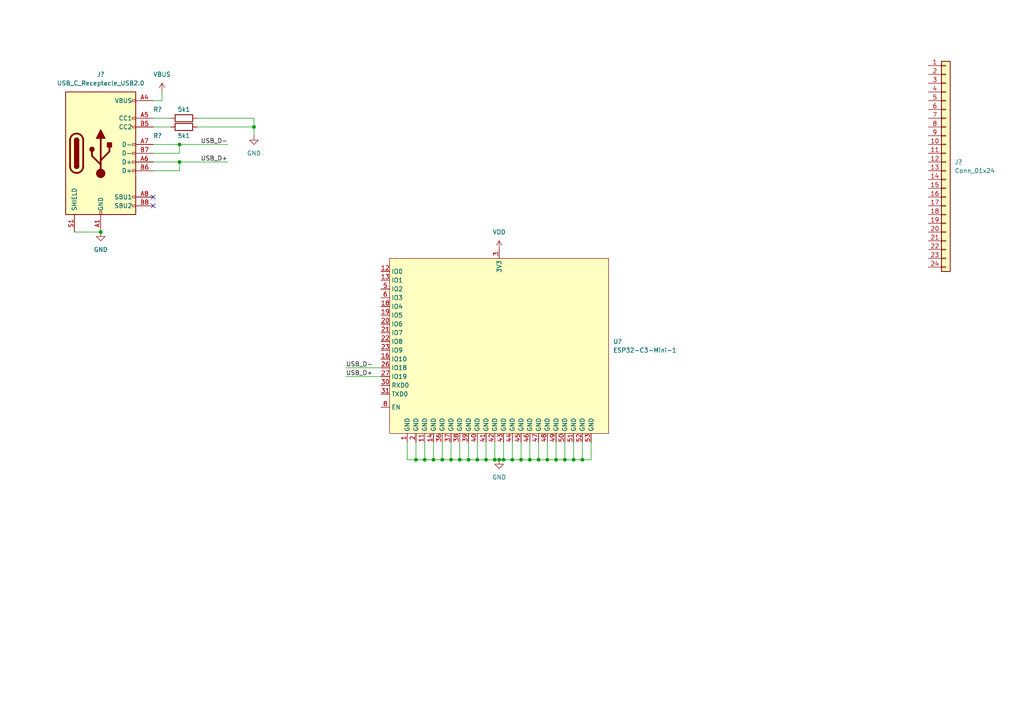
<source format=kicad_sch>
(kicad_sch (version 20211123) (generator eeschema)
  (paper "A4")
  (title_block (title "Home Sensor Tag") (rev "A0") (company "iM.Inc") (comment 1 "PRE-RELEASE"))
  (lib_symbols
    (symbol "Connector:USB_C_Receptacle_USB2.0" (pin_names (offset 1.016))
      (property "Reference" "J" (at -10.16 19.05 0))
      (property "Value" "USB_C_Receptacle_USB2.0" (at 19.05 19.05 0))
      (symbol "USB_C_Receptacle_USB2.0_0_0"
        (rectangle (start -0.254 -17.78) (end 0.254 -16.764))
        (rectangle (start 10.16 -14.986) (end 9.144 -15.494))
        (rectangle (start 10.16 -12.446) (end 9.144 -12.954))
        (rectangle (start 10.16 -4.826) (end 9.144 -5.334))
        (rectangle (start 10.16 -2.286) (end 9.144 -2.794))
        (rectangle (start 10.16 0.254) (end 9.144 -0.254))
        (rectangle (start 10.16 2.794) (end 9.144 2.286))
        (rectangle (start 10.16 7.874) (end 9.144 7.366))
        (rectangle (start 10.16 10.414) (end 9.144 9.906))
        (rectangle (start 10.16 15.494) (end 9.144 14.986))
      )
      (symbol "USB_C_Receptacle_USB2.0_0_1"
        (rectangle (start -10.16 17.78) (end 10.16 -17.78) (stroke (width 0.254)) (fill (type background)))
        (arc (start -8.89 -3.81) (mid -6.985 -5.715) (end -5.08 -3.81) (stroke (width 0.508)))
        (arc (start -7.62 -3.81) (mid -6.985 -4.445) (end -6.35 -3.81) (stroke (width 0.254)))
        (arc (start -7.62 -3.81) (mid -6.985 -4.445) (end -6.35 -3.81) (stroke (width 0.254)) (fill (type outline)))
        (rectangle (start -7.62 -3.81) (end -6.35 3.81) (stroke (width 0.254)) (fill (type outline)))
        (arc (start -6.35 3.81) (mid -6.985 4.445) (end -7.62 3.81) (stroke (width 0.254)))
        (arc (start -6.35 3.81) (mid -6.985 4.445) (end -7.62 3.81) (stroke (width 0.254)) (fill (type outline)))
        (arc (start -5.08 3.81) (mid -6.985 5.715) (end -8.89 3.81) (stroke (width 0.508)))
        (circle (center -2.54 1.143) (radius 0.635) (stroke (width 0.254)) (fill (type outline)))
        (circle (center 0 -5.842) (radius 1.27) (fill (type outline)))
        (polyline (pts (xy -8.89 -3.81) (xy -8.89 3.81)) (stroke (width 0.508)))
        (polyline (pts (xy -5.08 3.81) (xy -5.08 -3.81)) (stroke (width 0.508)))
        (polyline (pts (xy 0 -5.842) (xy 0 4.318)) (stroke (width 0.508)))
        (polyline (pts (xy 0 -3.302) (xy -2.54 -0.762) (xy -2.54 0.508)) (stroke (width 0.508)))
        (polyline (pts (xy 0 -2.032) (xy 2.54 0.508) (xy 2.54 1.778)) (stroke (width 0.508)))
        (polyline (pts (xy -1.27 4.318) (xy 0 6.858) (xy 1.27 4.318) (xy -1.27 4.318)) (stroke (width 0.254)) (fill (type outline)))
        (rectangle (start 1.905 1.778) (end 3.175 3.048) (stroke (width 0.254)) (fill (type outline)))
      )
      (symbol "USB_C_Receptacle_USB2.0_1_1"
        (pin passive line (at 0 -22.86 90) (length 5.08) (name "GND") (number "A1"))
        (pin passive line (at 0 -22.86 90) (length 5.08) hide (name "GND") (number "A12"))
        (pin passive line (at 15.24 15.24 180) (length 5.08) (name "VBUS") (number "A4"))
        (pin bidirectional line (at 15.24 10.16 180) (length 5.08) (name "CC1") (number "A5"))
        (pin bidirectional line (at 15.24 -2.54 180) (length 5.08) (name "D+") (number "A6"))
        (pin bidirectional line (at 15.24 2.54 180) (length 5.08) (name "D-") (number "A7"))
        (pin bidirectional line (at 15.24 -12.7 180) (length 5.08) (name "SBU1") (number "A8"))
        (pin passive line (at 15.24 15.24 180) (length 5.08) hide (name "VBUS") (number "A9"))
        (pin passive line (at 0 -22.86 90) (length 5.08) hide (name "GND") (number "B1"))
        (pin passive line (at 0 -22.86 90) (length 5.08) hide (name "GND") (number "B12"))
        (pin passive line (at 15.24 15.24 180) (length 5.08) hide (name "VBUS") (number "B4"))
        (pin bidirectional line (at 15.24 7.62 180) (length 5.08) (name "CC2") (number "B5"))
        (pin bidirectional line (at 15.24 -5.08 180) (length 5.08) (name "D+") (number "B6"))
        (pin bidirectional line (at 15.24 0 180) (length 5.08) (name "D-") (number "B7"))
        (pin bidirectional line (at 15.24 -15.24 180) (length 5.08) (name "SBU2") (number "B8"))
        (pin passive line (at 15.24 15.24 180) (length 5.08) hide (name "VBUS") (number "B9"))
        (pin passive line (at -7.62 -22.86 90) (length 5.08) (name "SHIELD") (number "S1"))
      )
    )
    (symbol "Connector_Generic:Conn_01x24" (pin_names (offset 1.016) hide)
      (property "Reference" "J" (at 0 30.48 0))
      (property "Value" "Conn_01x24" (at 0 -33.02 0))
      (symbol "Conn_01x24_1_1"
        (rectangle (start -1.27 -30.353) (end 0 -30.607) (stroke (width 0.1524)))
        (rectangle (start -1.27 -27.813) (end 0 -28.067) (stroke (width 0.1524)))
        (rectangle (start -1.27 -25.273) (end 0 -25.527) (stroke (width 0.1524)))
        (rectangle (start -1.27 -22.733) (end 0 -22.987) (stroke (width 0.1524)))
        (rectangle (start -1.27 -20.193) (end 0 -20.447) (stroke (width 0.1524)))
        (rectangle (start -1.27 -17.653) (end 0 -17.907) (stroke (width 0.1524)))
        (rectangle (start -1.27 -15.113) (end 0 -15.367) (stroke (width 0.1524)))
        (rectangle (start -1.27 -12.573) (end 0 -12.827) (stroke (width 0.1524)))
        (rectangle (start -1.27 -10.033) (end 0 -10.287) (stroke (width 0.1524)))
        (rectangle (start -1.27 -7.493) (end 0 -7.747) (stroke (width 0.1524)))
        (rectangle (start -1.27 -4.953) (end 0 -5.207) (stroke (width 0.1524)))
        (rectangle (start -1.27 -2.413) (end 0 -2.667) (stroke (width 0.1524)))
        (rectangle (start -1.27 0.127) (end 0 -0.127) (stroke (width 0.1524)))
        (rectangle (start -1.27 2.667) (end 0 2.413) (stroke (width 0.1524)))
        (rectangle (start -1.27 5.207) (end 0 4.953) (stroke (width 0.1524)))
        (rectangle (start -1.27 7.747) (end 0 7.493) (stroke (width 0.1524)))
        (rectangle (start -1.27 10.287) (end 0 10.033) (stroke (width 0.1524)))
        (rectangle (start -1.27 12.827) (end 0 12.573) (stroke (width 0.1524)))
        (rectangle (start -1.27 15.367) (end 0 15.113) (stroke (width 0.1524)))
        (rectangle (start -1.27 17.907) (end 0 17.653) (stroke (width 0.1524)))
        (rectangle (start -1.27 20.447) (end 0 20.193) (stroke (width 0.1524)))
        (rectangle (start -1.27 22.987) (end 0 22.733) (stroke (width 0.1524)))
        (rectangle (start -1.27 25.527) (end 0 25.273) (stroke (width 0.1524)))
        (rectangle (start -1.27 28.067) (end 0 27.813) (stroke (width 0.1524)))
        (rectangle (start -1.27 29.21) (end 1.27 -31.75) (stroke (width 0.254)) (fill (type background)))
        (pin passive line (at -5.08 27.94 0) (length 3.81) (name "Pin_1") (number "1"))
        (pin passive line (at -5.08 5.08 0) (length 3.81) (name "Pin_10") (number "10"))
        (pin passive line (at -5.08 2.54 0) (length 3.81) (name "Pin_11") (number "11"))
        (pin passive line (at -5.08 0 0) (length 3.81) (name "Pin_12") (number "12"))
        (pin passive line (at -5.08 -2.54 0) (length 3.81) (name "Pin_13") (number "13"))
        (pin passive line (at -5.08 -5.08 0) (length 3.81) (name "Pin_14") (number "14"))
        (pin passive line (at -5.08 -7.62 0) (length 3.81) (name "Pin_15") (number "15"))
        (pin passive line (at -5.08 -10.16 0) (length 3.81) (name "Pin_16") (number "16"))
        (pin passive line (at -5.08 -12.7 0) (length 3.81) (name "Pin_17") (number "17"))
        (pin passive line (at -5.08 -15.24 0) (length 3.81) (name "Pin_18") (number "18"))
        (pin passive line (at -5.08 -17.78 0) (length 3.81) (name "Pin_19") (number "19"))
        (pin passive line (at -5.08 25.4 0) (length 3.81) (name "Pin_2") (number "2"))
        (pin passive line (at -5.08 -20.32 0) (length 3.81) (name "Pin_20") (number "20"))
        (pin passive line (at -5.08 -22.86 0) (length 3.81) (name "Pin_21") (number "21"))
        (pin passive line (at -5.08 -25.4 0) (length 3.81) (name "Pin_22") (number "22"))
        (pin passive line (at -5.08 -27.94 0) (length 3.81) (name "Pin_23") (number "23"))
        (pin passive line (at -5.08 -30.48 0) (length 3.81) (name "Pin_24") (number "24"))
        (pin passive line (at -5.08 22.86 0) (length 3.81) (name "Pin_3") (number "3"))
        (pin passive line (at -5.08 20.32 0) (length 3.81) (name "Pin_4") (number "4"))
        (pin passive line (at -5.08 17.78 0) (length 3.81) (name "Pin_5") (number "5"))
        (pin passive line (at -5.08 15.24 0) (length 3.81) (name "Pin_6") (number "6"))
        (pin passive line (at -5.08 12.7 0) (length 3.81) (name "Pin_7") (number "7"))
        (pin passive line (at -5.08 10.16 0) (length 3.81) (name "Pin_8") (number "8"))
        (pin passive line (at -5.08 7.62 0) (length 3.81) (name "Pin_9") (number "9"))
      )
    )
    (symbol "Device:R" (pin_numbers hide) (pin_names (offset 0))
      (property "Reference" "R" (at 2.032 0 90))
      (property "Value" "R" (at 0 0 90))
      (symbol "R_0_1"
        (rectangle (start -1.016 -2.54) (end 1.016 2.54) (stroke (width 0.254)))
      )
      (symbol "R_1_1"
        (pin passive line (at 0 3.81 270) (length 1.27) (name "~") (number "1"))
        (pin passive line (at 0 -3.81 90) (length 1.27) (name "~") (number "2"))
      )
    )
    (symbol "RF_Module_Local:ESP32-C3-Mini-1"
      (property "Reference" "U" (at -30.48 25.4 0))
      (property "Value" "ESP32-C3-Mini-1" (at 21.59 25.4 0))
      (symbol "ESP32-C3-Mini-1_0_0"
        (pin power_in line (at -26.67 -29.21 90) (length 2.54) (name "GND") (number "1"))
        (pin no_connect line (at 34.29 -6.35 180) (length 2.54) hide (name "NC") (number "10"))
        (pin power_in line (at -21.59 -29.21 90) (length 2.54) (name "GND") (number "11"))
        (pin tri_state line (at -34.29 20.32 0) (length 2.54) (name "IO0") (number "12"))
        (pin tri_state line (at -34.29 17.78 0) (length 2.54) (name "IO1") (number "13"))
        (pin power_in line (at -19.05 -29.21 90) (length 2.54) (name "GND") (number "14"))
        (pin no_connect line (at 34.29 -3.81 180) (length 2.54) hide (name "NC") (number "15"))
        (pin tri_state line (at -34.29 -5.08 0) (length 2.54) (name "IO10") (number "16"))
        (pin no_connect line (at 34.29 -1.27 180) (length 2.54) hide (name "NC") (number "17"))
        (pin tri_state line (at -34.29 10.16 0) (length 2.54) (name "IO4") (number "18"))
        (pin tri_state line (at -34.29 7.62 0) (length 2.54) (name "IO5") (number "19"))
        (pin power_in line (at -24.13 -29.21 90) (length 2.54) (name "GND") (number "2"))
        (pin tri_state line (at -34.29 5.08 0) (length 2.54) (name "IO6") (number "20"))
        (pin tri_state line (at -34.29 2.54 0) (length 2.54) (name "IO7") (number "21"))
        (pin tri_state line (at -34.29 0 0) (length 2.54) (name "IO8") (number "22"))
        (pin tri_state line (at -34.29 -2.54 0) (length 2.54) (name "IO9") (number "23"))
        (pin no_connect line (at 34.29 1.27 180) (length 2.54) hide (name "NC") (number "24"))
        (pin no_connect line (at 34.29 3.81 180) (length 2.54) hide (name "NC") (number "25"))
        (pin tri_state line (at -34.29 -7.62 0) (length 2.54) (name "IO18") (number "26"))
        (pin tri_state line (at -34.29 -10.16 0) (length 2.54) (name "IO19") (number "27"))
        (pin no_connect line (at 34.29 6.35 180) (length 2.54) hide (name "NC") (number "28"))
        (pin no_connect line (at 34.29 8.89 180) (length 2.54) hide (name "NC") (number "29"))
        (pin power_in line (at 0 26.67 270) (length 2.54) (name "3V3") (number "3"))
        (pin tri_state line (at -34.29 -12.7 0) (length 2.54) (name "RXD0") (number "30"))
        (pin tri_state line (at -34.29 -15.24 0) (length 2.54) (name "TXD0") (number "31"))
        (pin no_connect line (at 34.29 11.43 180) (length 2.54) hide (name "NC") (number "32"))
        (pin no_connect line (at 34.29 13.97 180) (length 2.54) hide (name "NC") (number "33"))
        (pin no_connect line (at 34.29 16.51 180) (length 2.54) hide (name "NC") (number "34"))
        (pin no_connect line (at 34.29 19.05 180) (length 2.54) hide (name "NC") (number "35"))
        (pin power_in line (at -16.51 -29.21 90) (length 2.54) (name "GND") (number "36"))
        (pin power_in line (at -13.97 -29.21 90) (length 2.54) (name "GND") (number "37"))
        (pin power_in line (at -11.43 -29.21 90) (length 2.54) (name "GND") (number "38"))
        (pin power_in line (at -8.89 -29.21 90) (length 2.54) (name "GND") (number "39"))
        (pin no_connect line (at 34.29 -13.97 180) (length 2.54) hide (name "NC") (number "4"))
        (pin power_in line (at -6.35 -29.21 90) (length 2.54) (name "GND") (number "40"))
        (pin power_in line (at -3.81 -29.21 90) (length 2.54) (name "GND") (number "41"))
        (pin power_in line (at -1.27 -29.21 90) (length 2.54) (name "GND") (number "42"))
        (pin power_in line (at 1.27 -29.21 90) (length 2.54) (name "GND") (number "43"))
        (pin power_in line (at 3.81 -29.21 90) (length 2.54) (name "GND") (number "44"))
        (pin power_in line (at 6.35 -29.21 90) (length 2.54) (name "GND") (number "45"))
        (pin power_in line (at 8.89 -29.21 90) (length 2.54) (name "GND") (number "46"))
        (pin power_in line (at 11.43 -29.21 90) (length 2.54) (name "GND") (number "47"))
        (pin power_in line (at 13.97 -29.21 90) (length 2.54) (name "GND") (number "48"))
        (pin power_in line (at 16.51 -29.21 90) (length 2.54) (name "GND") (number "49"))
        (pin tri_state line (at -34.29 15.24 0) (length 2.54) (name "IO2") (number "5"))
        (pin power_in line (at 19.05 -29.21 90) (length 2.54) (name "GND") (number "50"))
        (pin power_in line (at 21.59 -29.21 90) (length 2.54) (name "GND") (number "51"))
        (pin power_in line (at 24.13 -29.21 90) (length 2.54) (name "GND") (number "52"))
        (pin power_in line (at 26.67 -29.21 90) (length 2.54) (name "GND") (number "53"))
        (pin tri_state line (at -34.29 12.7 0) (length 2.54) (name "IO3") (number "6"))
        (pin no_connect line (at 34.29 -11.43 180) (length 2.54) hide (name "NC") (number "7"))
        (pin input line (at -34.29 -19.05 0) (length 2.54) (name "EN") (number "8"))
        (pin no_connect line (at 34.29 -8.89 180) (length 2.54) hide (name "NC") (number "9"))
      )
      (symbol "ESP32-C3-Mini-1_0_1"
        (rectangle (start -31.75 24.13) (end 31.75 -26.67) (fill (type background)))
      )
    )
    (symbol "power:GND" (power) (pin_names (offset 0))
      (property "Value" "GND" (at 0 -3.81 0))
      (symbol "GND_0_1"
        (polyline (pts (xy 0 0) (xy 0 -1.27) (xy 1.27 -1.27) (xy 0 -2.54) (xy -1.27 -1.27) (xy 0 -1.27)))
      )
      (symbol "GND_1_1"
        (pin power_in line (at 0 0 270) (length 0) hide (name "GND") (number "1"))
      )
    )
    (symbol "power:VBUS" (power) (pin_names (offset 0))
      (property "Value" "VBUS" (at 0 3.81 0))
      (symbol "VBUS_0_1"
        (polyline (pts (xy -0.762 1.27) (xy 0 2.54)))
        (polyline (pts (xy 0 0) (xy 0 2.54)))
        (polyline (pts (xy 0 2.54) (xy 0.762 1.27)))
      )
      (symbol "VBUS_1_1"
        (pin power_in line (at 0 0 90) (length 0) hide (name "VBUS") (number "1"))
      )
    )
    (symbol "power:VDD" (power) (pin_names (offset 0))
      (property "Value" "VDD" (at 0 3.81 0))
      (symbol "VDD_0_1"
        (polyline (pts (xy -0.762 1.27) (xy 0 2.54)))
        (polyline (pts (xy 0 0) (xy 0 2.54)))
        (polyline (pts (xy 0 2.54) (xy 0.762 1.27)))
      )
      (symbol "VDD_1_1"
        (pin power_in line (at 0 0 90) (length 0) hide (name "VDD") (number "1"))
      )
    )
  )
  (junction (at 73.66 36.83))
  (junction (at 143.51 133.35))
  (junction (at 156.21 133.35))
  (junction (at 133.35 133.35))
  (junction (at 135.89 133.35))
  (junction (at 153.67 133.35))
  (junction (at 166.37 133.35))
  (junction (at 29.21 67.31))
  (junction (at 120.65 133.35))
  (junction (at 168.91 133.35))
  (junction (at 140.97 133.35))
  (junction (at 128.27 133.35))
  (junction (at 148.59 133.35))
  (junction (at 163.83 133.35))
  (junction (at 158.75 133.35))
  (junction (at 138.43 133.35))
  (junction (at 52.07 41.91))
  (junction (at 123.19 133.35))
  (junction (at 125.73 133.35))
  (junction (at 151.13 133.35))
  (junction (at 52.07 46.99))
  (junction (at 161.29 133.35))
  (junction (at 130.81 133.35))
  (junction (at 144.78 133.35))
  (junction (at 146.05 133.35))
  (no_connect (at 44.45 59.69))
  (no_connect (at 44.45 57.15))
  (wire (pts (xy 171.45 133.35) (xy 171.45 128.27)))
  (wire (pts (xy 156.21 128.27) (xy 156.21 133.35)))
  (wire (pts (xy 168.91 133.35) (xy 171.45 133.35)))
  (wire (pts (xy 128.27 128.27) (xy 128.27 133.35)))
  (wire (pts (xy 133.35 128.27) (xy 133.35 133.35)))
  (wire (pts (xy 161.29 128.27) (xy 161.29 133.35)))
  (wire (pts (xy 73.66 34.29) (xy 73.66 36.83)))
  (wire (pts (xy 138.43 128.27) (xy 138.43 133.35)))
  (wire (pts (xy 120.65 133.35) (xy 123.19 133.35)))
  (wire (pts (xy 166.37 133.35) (xy 168.91 133.35)))
  (wire (pts (xy 146.05 128.27) (xy 146.05 133.35)))
  (wire (pts (xy 52.07 46.99) (xy 66.04 46.99)))
  (wire (pts (xy 135.89 128.27) (xy 135.89 133.35)))
  (wire (pts (xy 44.45 41.91) (xy 52.07 41.91)))
  (wire (pts (xy 52.07 49.53) (xy 44.45 49.53)))
  (wire (pts (xy 57.15 36.83) (xy 73.66 36.83)))
  (wire (pts (xy 135.89 133.35) (xy 138.43 133.35)))
  (wire (pts (xy 123.19 133.35) (xy 125.73 133.35)))
  (wire (pts (xy 125.73 133.35) (xy 128.27 133.35)))
  (wire (pts (xy 44.45 36.83) (xy 49.53 36.83)))
  (wire (pts (xy 143.51 133.35) (xy 144.78 133.35)))
  (wire (pts (xy 44.45 46.99) (xy 52.07 46.99)))
  (wire (pts (xy 21.59 67.31) (xy 29.21 67.31)))
  (wire (pts (xy 52.07 41.91) (xy 66.04 41.91)))
  (wire (pts (xy 161.29 133.35) (xy 163.83 133.35)))
  (wire (pts (xy 52.07 44.45) (xy 44.45 44.45)))
  (wire (pts (xy 163.83 133.35) (xy 166.37 133.35)))
  (wire (pts (xy 52.07 41.91) (xy 52.07 44.45)))
  (wire (pts (xy 44.45 29.21) (xy 46.99 29.21)))
  (wire (pts (xy 130.81 128.27) (xy 130.81 133.35)))
  (wire (pts (xy 140.97 128.27) (xy 140.97 133.35)))
  (wire (pts (xy 44.45 34.29) (xy 49.53 34.29)))
  (wire (pts (xy 57.15 34.29) (xy 73.66 34.29)))
  (wire (pts (xy 125.73 128.27) (xy 125.73 133.35)))
  (wire (pts (xy 156.21 133.35) (xy 158.75 133.35)))
  (wire (pts (xy 153.67 128.27) (xy 153.67 133.35)))
  (wire (pts (xy 46.99 29.21) (xy 46.99 26.67)))
  (wire (pts (xy 100.33 109.22) (xy 110.49 109.22)))
  (wire (pts (xy 143.51 128.27) (xy 143.51 133.35)))
  (wire (pts (xy 151.13 128.27) (xy 151.13 133.35)))
  (wire (pts (xy 166.37 128.27) (xy 166.37 133.35)))
  (wire (pts (xy 148.59 133.35) (xy 151.13 133.35)))
  (wire (pts (xy 158.75 128.27) (xy 158.75 133.35)))
  (wire (pts (xy 151.13 133.35) (xy 153.67 133.35)))
  (wire (pts (xy 130.81 133.35) (xy 133.35 133.35)))
  (wire (pts (xy 138.43 133.35) (xy 140.97 133.35)))
  (wire (pts (xy 73.66 36.83) (xy 73.66 39.37)))
  (wire (pts (xy 52.07 46.99) (xy 52.07 49.53)))
  (wire (pts (xy 120.65 128.27) (xy 120.65 133.35)))
  (wire (pts (xy 148.59 128.27) (xy 148.59 133.35)))
  (wire (pts (xy 128.27 133.35) (xy 130.81 133.35)))
  (wire (pts (xy 158.75 133.35) (xy 161.29 133.35)))
  (wire (pts (xy 118.11 133.35) (xy 120.65 133.35)))
  (wire (pts (xy 100.33 106.68) (xy 110.49 106.68)))
  (wire (pts (xy 133.35 133.35) (xy 135.89 133.35)))
  (wire (pts (xy 140.97 133.35) (xy 143.51 133.35)))
  (wire (pts (xy 153.67 133.35) (xy 156.21 133.35)))
  (wire (pts (xy 146.05 133.35) (xy 148.59 133.35)))
  (wire (pts (xy 118.11 128.27) (xy 118.11 133.35)))
  (wire (pts (xy 163.83 128.27) (xy 163.83 133.35)))
  (wire (pts (xy 168.91 128.27) (xy 168.91 133.35)))
  (wire (pts (xy 144.78 133.35) (xy 146.05 133.35)))
  (wire (pts (xy 123.19 128.27) (xy 123.19 133.35)))
  (label "USB_D+" (at 66.04 46.99 180))
  (label "USB_D-" (at 66.04 41.91 180))
  (label "USB_D+" (at 100.33 109.22 0))
  (label "USB_D-" (at 100.33 106.68 0))
  (symbol (lib_id "Device:R") (at 53.34 36.83 90) (unit 1)
    (property "Reference" "R?" (at 45.72 39.37 90))
    (property "Value" "5k1" (at 53.34 39.37 90))
  )
  (symbol (lib_id "power:GND") (at 73.66 39.37 0) (unit 1)
    (property "Reference" "#PWR?" (effects hide))
    (property "Value" "GND" (at 73.66 44.45 0))
  )
  (symbol (lib_id "power:VDD") (at 144.78 72.39 0) (unit 1)
    (property "Reference" "#PWR?" (effects hide))
    (property "Value" "VDD" (at 144.78 67.31 0))
  )
  (symbol (lib_id "Connector:USB_C_Receptacle_USB2.0") (at 29.21 44.45 0) (unit 1)
    (property "Reference" "J?" (at 29.21 21.59 0))
    (property "Value" "USB_C_Receptacle_USB2.0" (at 29.21 24.13 0))
    (property "Datasheet" "https://www.usb.org/sites/default/files/documents/usb_type-c.zip" (effects hide))
  )
  (symbol (lib_id "Device:R") (at 53.34 34.29 90) (unit 1)
    (property "Reference" "R?" (at 45.72 31.75 90))
    (property "Value" "5k1" (at 53.34 31.75 90))
  )
  (symbol (lib_id "power:VBUS") (at 46.99 26.67 0) (unit 1)
    (property "Reference" "#PWR?" (effects hide))
    (property "Value" "VBUS" (at 46.99 21.59 0))
  )
  (symbol (lib_id "Connector_Generic:Conn_01x24") (at 274.32 46.99 0) (unit 1)
    (property "Reference" "J?" (at 276.86 46.9899 0) (effects (justify left)))
    (property "Value" "Conn_01x24" (at 276.86 49.5299 0) (effects (justify left)))
  )
  (symbol (lib_id "power:GND") (at 29.21 67.31 0) (unit 1)
    (property "Reference" "#PWR?" (effects hide))
    (property "Value" "GND" (at 29.21 72.39 0))
  )
  (symbol (lib_id "power:GND") (at 144.78 133.35 0) (unit 1)
    (property "Reference" "#PWR?" (effects hide))
    (property "Value" "GND" (at 144.78 138.43 0))
  )
  (symbol (lib_id "RF_Module_Local:ESP32-C3-Mini-1") (at 144.78 99.06 0) (unit 1)
    (property "Reference" "U?" (at 177.8 99.0599 0) (effects (justify left)))
    (property "Value" "ESP32-C3-Mini-1" (at 177.8 101.5999 0) (effects (justify left)))
  )
)
</source>
